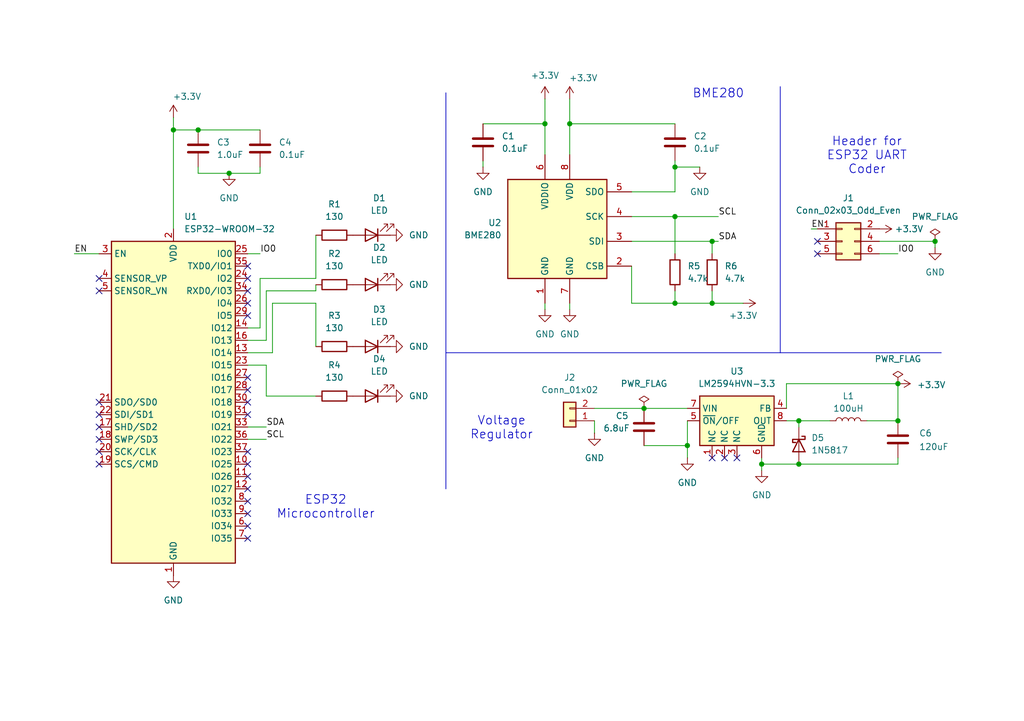
<source format=kicad_sch>
(kicad_sch (version 20231120) (generator "eeschema") (generator_version "8.0")
  (paper "A5")
  (title_block (title "Weather Station") (date "July 2024") (rev "V1"))
  (lib_symbols
    (symbol "Connector_Generic:Conn_01x02" (pin_names (offset 1.016) hide)
      (property "Reference" "J" (at 0 2.54 0))
      (property "Value" "Conn_01x02" (at 0 -5.08 0))
      (symbol "Conn_01x02_1_1"
        (rectangle (start -1.27 -2.413) (end 0 -2.667) (stroke (width 0.1524)))
        (rectangle (start -1.27 0.127) (end 0 -0.127) (stroke (width 0.1524)))
        (rectangle (start -1.27 1.27) (end 1.27 -3.81) (stroke (width 0.254)) (fill (type background)))
        (pin passive line (at -5.08 0 0) (length 3.81) (name "Pin_1") (number "1"))
        (pin passive line (at -5.08 -2.54 0) (length 3.81) (name "Pin_2") (number "2"))
      )
    )
    (symbol "Connector_Generic:Conn_02x03_Odd_Even" (pin_names (offset 1.016) hide)
      (property "Reference" "J" (at 1.27 5.08 0))
      (property "Value" "Conn_02x03_Odd_Even" (at 1.27 -5.08 0))
      (symbol "Conn_02x03_Odd_Even_1_1"
        (rectangle (start -1.27 -2.413) (end 0 -2.667) (stroke (width 0.1524)))
        (rectangle (start -1.27 0.127) (end 0 -0.127) (stroke (width 0.1524)))
        (rectangle (start -1.27 2.667) (end 0 2.413) (stroke (width 0.1524)))
        (rectangle (start -1.27 3.81) (end 3.81 -3.81) (stroke (width 0.254)) (fill (type background)))
        (rectangle (start 3.81 -2.413) (end 2.54 -2.667) (stroke (width 0.1524)))
        (rectangle (start 3.81 0.127) (end 2.54 -0.127) (stroke (width 0.1524)))
        (rectangle (start 3.81 2.667) (end 2.54 2.413) (stroke (width 0.1524)))
        (pin passive line (at -5.08 2.54 0) (length 3.81) (name "Pin_1") (number "1"))
        (pin passive line (at 7.62 2.54 180) (length 3.81) (name "Pin_2") (number "2"))
        (pin passive line (at -5.08 0 0) (length 3.81) (name "Pin_3") (number "3"))
        (pin passive line (at 7.62 0 180) (length 3.81) (name "Pin_4") (number "4"))
        (pin passive line (at -5.08 -2.54 0) (length 3.81) (name "Pin_5") (number "5"))
        (pin passive line (at 7.62 -2.54 180) (length 3.81) (name "Pin_6") (number "6"))
      )
    )
    (symbol "Device:C" (pin_numbers hide) (pin_names (offset 0.254))
      (property "Reference" "C" (at 0.635 2.54 0))
      (property "Value" "C" (at 0.635 -2.54 0))
      (symbol "C_0_1"
        (polyline (pts (xy -2.032 -0.762) (xy 2.032 -0.762)) (stroke (width 0.508)))
        (polyline (pts (xy -2.032 0.762) (xy 2.032 0.762)) (stroke (width 0.508)))
      )
      (symbol "C_1_1"
        (pin passive line (at 0 3.81 270) (length 2.794) (name "~") (number "1"))
        (pin passive line (at 0 -3.81 90) (length 2.794) (name "~") (number "2"))
      )
    )
    (symbol "Device:L" (pin_numbers hide) (pin_names (offset 1.016) hide)
      (property "Reference" "L" (at -1.27 0 90))
      (property "Value" "L" (at 1.905 0 90))
      (symbol "L_0_1"
        (arc (start 0 -2.54) (mid 0.6323 -1.905) (end 0 -1.27))
        (arc (start 0 -1.27) (mid 0.6323 -0.635) (end 0 0))
        (arc (start 0 0) (mid 0.6323 0.635) (end 0 1.27))
        (arc (start 0 1.27) (mid 0.6323 1.905) (end 0 2.54))
      )
      (symbol "L_1_1"
        (pin passive line (at 0 3.81 270) (length 1.27) (name "1") (number "1"))
        (pin passive line (at 0 -3.81 90) (length 1.27) (name "2") (number "2"))
      )
    )
    (symbol "Device:LED" (pin_numbers hide) (pin_names (offset 1.016) hide)
      (property "Reference" "D" (at 0 2.54 0))
      (property "Value" "LED" (at 0 -2.54 0))
      (symbol "LED_0_1"
        (polyline (pts (xy -1.27 -1.27) (xy -1.27 1.27)) (stroke (width 0.254)))
        (polyline (pts (xy -1.27 0) (xy 1.27 0)))
        (polyline (pts (xy 1.27 -1.27) (xy 1.27 1.27) (xy -1.27 0) (xy 1.27 -1.27)) (stroke (width 0.254)))
        (polyline (pts (xy -3.048 -0.762) (xy -4.572 -2.286) (xy -3.81 -2.286) (xy -4.572 -2.286) (xy -4.572 -1.524)))
        (polyline (pts (xy -1.778 -0.762) (xy -3.302 -2.286) (xy -2.54 -2.286) (xy -3.302 -2.286) (xy -3.302 -1.524)))
      )
      (symbol "LED_1_1"
        (pin passive line (at -3.81 0 0) (length 2.54) (name "K") (number "1"))
        (pin passive line (at 3.81 0 180) (length 2.54) (name "A") (number "2"))
      )
    )
    (symbol "Device:R" (pin_numbers hide) (pin_names (offset 0))
      (property "Reference" "R" (at 2.032 0 90))
      (property "Value" "R" (at 0 0 90))
      (symbol "R_0_1"
        (rectangle (start -1.016 -2.54) (end 1.016 2.54) (stroke (width 0.254)))
      )
      (symbol "R_1_1"
        (pin passive line (at 0 3.81 270) (length 1.27) (name "~") (number "1"))
        (pin passive line (at 0 -3.81 90) (length 1.27) (name "~") (number "2"))
      )
    )
    (symbol "Diode:1N5817" (pin_numbers hide) (pin_names (offset 1.016) hide)
      (property "Reference" "D" (at 0 2.54 0))
      (property "Value" "1N5817" (at 0 -2.54 0))
      (symbol "1N5817_0_1"
        (polyline (pts (xy 1.27 0) (xy -1.27 0)))
        (polyline (pts (xy 1.27 1.27) (xy 1.27 -1.27) (xy -1.27 0) (xy 1.27 1.27)) (stroke (width 0.254)))
        (polyline (pts (xy -1.905 0.635) (xy -1.905 1.27) (xy -1.27 1.27) (xy -1.27 -1.27) (xy -0.635 -1.27) (xy -0.635 -0.635)) (stroke (width 0.254)))
      )
      (symbol "1N5817_1_1"
        (pin passive line (at -3.81 0 0) (length 2.54) (name "K") (number "1"))
        (pin passive line (at 3.81 0 180) (length 2.54) (name "A") (number "2"))
      )
    )
    (symbol "RF_Module:ESP32-WROOM-32"
      (property "Reference" "U" (at -12.7 34.29 0))
      (property "Value" "ESP32-WROOM-32" (at 1.27 34.29 0))
      (symbol "ESP32-WROOM-32_0_1"
        (rectangle (start -12.7 33.02) (end 12.7 -33.02) (stroke (width 0.254)) (fill (type background)))
      )
      (symbol "ESP32-WROOM-32_1_1"
        (pin power_in line (at 0 -35.56 90) (length 2.54) (name "GND") (number "1"))
        (pin bidirectional line (at 15.24 -12.7 180) (length 2.54) (name "IO25") (number "10"))
        (pin bidirectional line (at 15.24 -15.24 180) (length 2.54) (name "IO26") (number "11"))
        (pin bidirectional line (at 15.24 -17.78 180) (length 2.54) (name "IO27") (number "12"))
        (pin bidirectional line (at 15.24 10.16 180) (length 2.54) (name "IO14") (number "13"))
        (pin bidirectional line (at 15.24 15.24 180) (length 2.54) (name "IO12") (number "14"))
        (pin passive line (at 0 -35.56 90) (length 2.54) hide (name "GND") (number "15"))
        (pin bidirectional line (at 15.24 12.7 180) (length 2.54) (name "IO13") (number "16"))
        (pin bidirectional line (at -15.24 -5.08 0) (length 2.54) (name "SHD/SD2") (number "17"))
        (pin bidirectional line (at -15.24 -7.62 0) (length 2.54) (name "SWP/SD3") (number "18"))
        (pin bidirectional line (at -15.24 -12.7 0) (length 2.54) (name "SCS/CMD") (number "19"))
        (pin power_in line (at 0 35.56 270) (length 2.54) (name "VDD") (number "2"))
        (pin bidirectional line (at -15.24 -10.16 0) (length 2.54) (name "SCK/CLK") (number "20"))
        (pin bidirectional line (at -15.24 0 0) (length 2.54) (name "SDO/SD0") (number "21"))
        (pin bidirectional line (at -15.24 -2.54 0) (length 2.54) (name "SDI/SD1") (number "22"))
        (pin bidirectional line (at 15.24 7.62 180) (length 2.54) (name "IO15") (number "23"))
        (pin bidirectional line (at 15.24 25.4 180) (length 2.54) (name "IO2") (number "24"))
        (pin bidirectional line (at 15.24 30.48 180) (length 2.54) (name "IO0") (number "25"))
        (pin bidirectional line (at 15.24 20.32 180) (length 2.54) (name "IO4") (number "26"))
        (pin bidirectional line (at 15.24 5.08 180) (length 2.54) (name "IO16") (number "27"))
        (pin bidirectional line (at 15.24 2.54 180) (length 2.54) (name "IO17") (number "28"))
        (pin bidirectional line (at 15.24 17.78 180) (length 2.54) (name "IO5") (number "29"))
        (pin input line (at -15.24 30.48 0) (length 2.54) (name "EN") (number "3"))
        (pin bidirectional line (at 15.24 0 180) (length 2.54) (name "IO18") (number "30"))
        (pin bidirectional line (at 15.24 -2.54 180) (length 2.54) (name "IO19") (number "31"))
        (pin no_connect line (at -12.7 -27.94 0) (length 2.54) hide (name "NC") (number "32"))
        (pin bidirectional line (at 15.24 -5.08 180) (length 2.54) (name "IO21") (number "33"))
        (pin bidirectional line (at 15.24 22.86 180) (length 2.54) (name "RXD0/IO3") (number "34"))
        (pin bidirectional line (at 15.24 27.94 180) (length 2.54) (name "TXD0/IO1") (number "35"))
        (pin bidirectional line (at 15.24 -7.62 180) (length 2.54) (name "IO22") (number "36"))
        (pin bidirectional line (at 15.24 -10.16 180) (length 2.54) (name "IO23") (number "37"))
        (pin passive line (at 0 -35.56 90) (length 2.54) hide (name "GND") (number "38"))
        (pin passive line (at 0 -35.56 90) (length 2.54) hide (name "GND") (number "39"))
        (pin input line (at -15.24 25.4 0) (length 2.54) (name "SENSOR_VP") (number "4"))
        (pin input line (at -15.24 22.86 0) (length 2.54) (name "SENSOR_VN") (number "5"))
        (pin input line (at 15.24 -25.4 180) (length 2.54) (name "IO34") (number "6"))
        (pin input line (at 15.24 -27.94 180) (length 2.54) (name "IO35") (number "7"))
        (pin bidirectional line (at 15.24 -20.32 180) (length 2.54) (name "IO32") (number "8"))
        (pin bidirectional line (at 15.24 -22.86 180) (length 2.54) (name "IO33") (number "9"))
      )
    )
    (symbol "Regulator_Switching:LM2594HVN-3.3"
      (property "Reference" "U" (at -7.62 6.35 0))
      (property "Value" "LM2594HVN-3.3" (at 0 6.35 0))
      (symbol "LM2594HVN-3.3_0_1"
        (rectangle (start -7.62 5.08) (end 7.62 -5.08) (stroke (width 0.254)) (fill (type background)))
      )
      (symbol "LM2594HVN-3.3_1_1"
        (pin passive line (at -5.08 -7.62 90) (length 2.54) (name "NC") (number "1"))
        (pin passive line (at -2.54 -7.62 90) (length 2.54) (name "NC") (number "2"))
        (pin passive line (at 0 -7.62 90) (length 2.54) (name "NC") (number "3"))
        (pin input line (at 10.16 2.54 180) (length 2.54) (name "FB") (number "4"))
        (pin input line (at -10.16 0 0) (length 2.54) (name "~{ON}/OFF") (number "5"))
        (pin power_in line (at 5.08 -7.62 90) (length 2.54) (name "GND") (number "6"))
        (pin power_in line (at -10.16 2.54 0) (length 2.54) (name "VIN") (number "7"))
        (pin output line (at 10.16 0 180) (length 2.54) (name "OUT") (number "8"))
      )
    )
    (symbol "Sensor:BME280"
      (property "Reference" "U" (at -8.89 11.43 0))
      (property "Value" "BME280" (at 7.62 11.43 0))
      (symbol "BME280_0_1"
        (rectangle (start -10.16 10.16) (end 10.16 -10.16) (stroke (width 0.254)) (fill (type background)))
      )
      (symbol "BME280_1_1"
        (pin power_in line (at -2.54 -15.24 90) (length 5.08) (name "GND") (number "1"))
        (pin input line (at 15.24 -7.62 180) (length 5.08) (name "CSB") (number "2"))
        (pin bidirectional line (at 15.24 -2.54 180) (length 5.08) (name "SDI") (number "3"))
        (pin input line (at 15.24 2.54 180) (length 5.08) (name "SCK") (number "4"))
        (pin bidirectional line (at 15.24 7.62 180) (length 5.08) (name "SDO") (number "5"))
        (pin power_in line (at -2.54 15.24 270) (length 5.08) (name "VDDIO") (number "6"))
        (pin power_in line (at 2.54 -15.24 90) (length 5.08) (name "GND") (number "7"))
        (pin power_in line (at 2.54 15.24 270) (length 5.08) (name "VDD") (number "8"))
      )
    )
    (symbol "power:+3.3V" (power) (pin_numbers hide) (pin_names (offset 0) hide)
      (property "Value" "+3.3V" (at 0 3.556 0))
      (symbol "+3.3V_0_1"
        (polyline (pts (xy -0.762 1.27) (xy 0 2.54)))
        (polyline (pts (xy 0 0) (xy 0 2.54)))
        (polyline (pts (xy 0 2.54) (xy 0.762 1.27)))
      )
      (symbol "+3.3V_1_1"
        (pin power_in line (at 0 0 90) (length 0) (name "~") (number "1"))
      )
    )
    (symbol "power:GND" (power) (pin_numbers hide) (pin_names (offset 0) hide)
      (property "Value" "GND" (at 0 -3.81 0))
      (symbol "GND_0_1"
        (polyline (pts (xy 0 0) (xy 0 -1.27) (xy 1.27 -1.27) (xy 0 -2.54) (xy -1.27 -1.27) (xy 0 -1.27)))
      )
      (symbol "GND_1_1"
        (pin power_in line (at 0 0 270) (length 0) (name "~") (number "1"))
      )
    )
    (symbol "power:PWR_FLAG" (power) (pin_numbers hide) (pin_names (offset 0) hide)
      (property "Value" "PWR_FLAG" (at 0 3.81 0))
      (symbol "PWR_FLAG_0_0"
        (pin power_out line (at 0 0 90) (length 0) (name "~") (number "1"))
      )
      (symbol "PWR_FLAG_0_1"
        (polyline (pts (xy 0 0) (xy 0 1.27) (xy -1.016 1.905) (xy 0 2.54) (xy 1.016 1.905) (xy 0 1.27)))
      )
    )
  )
  (junction (at 40.64 26.67))
  (junction (at 163.83 86.36))
  (junction (at 184.15 78.74))
  (junction (at 184.15 86.36))
  (junction (at 146.05 62.23))
  (junction (at 111.76 25.4))
  (junction (at 156.21 95.25))
  (junction (at 138.43 34.29))
  (junction (at 138.43 44.45))
  (junction (at 191.77 49.53))
  (junction (at 46.99 35.56))
  (junction (at 140.97 91.44))
  (junction (at 116.84 25.4))
  (junction (at 138.43 62.23))
  (junction (at 132.08 83.82))
  (junction (at 35.56 26.67))
  (junction (at 146.05 49.53))
  (junction (at 163.83 95.25))
  (no_connect (at 50.8 110.49))
  (no_connect (at 50.8 92.71))
  (no_connect (at 167.64 52.07))
  (no_connect (at 20.32 87.63))
  (no_connect (at 50.8 64.77))
  (no_connect (at 151.13 93.98))
  (no_connect (at 20.32 82.55))
  (no_connect (at 20.32 85.09))
  (no_connect (at 148.59 93.98))
  (no_connect (at 50.8 82.55))
  (no_connect (at 50.8 102.87))
  (no_connect (at 50.8 107.95))
  (no_connect (at 50.8 80.01))
  (no_connect (at 50.8 57.15))
  (no_connect (at 146.05 93.98))
  (no_connect (at 20.32 95.25))
  (no_connect (at 20.32 90.17))
  (no_connect (at 20.32 59.69))
  (no_connect (at 50.8 97.79))
  (no_connect (at 50.8 95.25))
  (no_connect (at 50.8 85.09))
  (no_connect (at 50.8 105.41))
  (no_connect (at 20.32 92.71))
  (no_connect (at 50.8 62.23))
  (no_connect (at 20.32 57.15))
  (no_connect (at 50.8 77.47))
  (no_connect (at 167.64 49.53))
  (no_connect (at 50.8 100.33))
  (no_connect (at 50.8 59.69))
  (no_connect (at 50.8 54.61))
  (wire (pts (xy 40.64 34.29) (xy 40.64 35.56)))
  (wire (pts (xy 53.34 57.15) (xy 53.34 67.31)))
  (wire (pts (xy 64.77 57.15) (xy 53.34 57.15)))
  (wire (pts (xy 146.05 62.23) (xy 138.43 62.23)))
  (wire (pts (xy 146.05 49.53) (xy 146.05 52.07)))
  (wire (pts (xy 53.34 35.56) (xy 46.99 35.56)))
  (wire (pts (xy 99.06 34.29) (xy 99.06 33.02)))
  (wire (pts (xy 161.29 83.82) (xy 161.29 78.74)))
  (wire (pts (xy 111.76 25.4) (xy 111.76 31.75)))
  (wire (pts (xy 191.77 50.8) (xy 191.77 49.53)))
  (wire (pts (xy 163.83 86.36) (xy 163.83 87.63)))
  (wire (pts (xy 54.61 81.28) (xy 54.61 74.93)))
  (wire (pts (xy 147.32 44.45) (xy 138.43 44.45)))
  (wire (pts (xy 54.61 59.69) (xy 54.61 69.85)))
  (wire (pts (xy 140.97 93.98) (xy 140.97 91.44)))
  (wire (pts (xy 140.97 91.44) (xy 140.97 86.36)))
  (wire (pts (xy 15.24 52.07) (xy 20.32 52.07)))
  (wire (pts (xy 64.77 58.42) (xy 64.77 59.69)))
  (wire (pts (xy 138.43 33.02) (xy 138.43 34.29)))
  (wire (pts (xy 129.54 39.37) (xy 138.43 39.37)))
  (wire (pts (xy 64.77 81.28) (xy 54.61 81.28)))
  (wire (pts (xy 129.54 62.23) (xy 129.54 54.61)))
  (wire (pts (xy 54.61 87.63) (xy 50.8 87.63)))
  (wire (pts (xy 184.15 78.74) (xy 184.15 86.36)))
  (wire (pts (xy 35.56 26.67) (xy 40.64 26.67)))
  (polyline (pts (xy 160.02 72.39) (xy 160.02 17.78)))
  (wire (pts (xy 40.64 26.67) (xy 53.34 26.67)))
  (wire (pts (xy 54.61 69.85) (xy 50.8 69.85)))
  (wire (pts (xy 191.77 49.53) (xy 180.34 49.53)))
  (wire (pts (xy 152.4 62.23) (xy 146.05 62.23)))
  (wire (pts (xy 156.21 96.52) (xy 156.21 95.25)))
  (polyline (pts (xy 91.44 19.05) (xy 91.44 100.33)))
  (wire (pts (xy 161.29 78.74) (xy 184.15 78.74)))
  (wire (pts (xy 53.34 52.07) (xy 50.8 52.07)))
  (wire (pts (xy 156.21 95.25) (xy 163.83 95.25)))
  (wire (pts (xy 163.83 86.36) (xy 170.18 86.36)))
  (wire (pts (xy 143.51 34.29) (xy 138.43 34.29)))
  (wire (pts (xy 146.05 49.53) (xy 129.54 49.53)))
  (wire (pts (xy 121.92 86.36) (xy 121.92 88.9)))
  (wire (pts (xy 64.77 48.26) (xy 64.77 57.15)))
  (polyline (pts (xy 91.44 72.39) (xy 193.04 72.39)))
  (wire (pts (xy 132.08 91.44) (xy 140.97 91.44)))
  (wire (pts (xy 54.61 90.17) (xy 50.8 90.17)))
  (wire (pts (xy 138.43 44.45) (xy 138.43 52.07)))
  (wire (pts (xy 111.76 63.5) (xy 111.76 62.23)))
  (wire (pts (xy 166.37 46.99) (xy 167.64 46.99)))
  (wire (pts (xy 40.64 35.56) (xy 46.99 35.56)))
  (wire (pts (xy 53.34 34.29) (xy 53.34 35.56)))
  (wire (pts (xy 147.32 49.53) (xy 146.05 49.53)))
  (wire (pts (xy 138.43 62.23) (xy 129.54 62.23)))
  (wire (pts (xy 177.8 86.36) (xy 184.15 86.36)))
  (wire (pts (xy 55.88 72.39) (xy 50.8 72.39)))
  (wire (pts (xy 53.34 67.31) (xy 50.8 67.31)))
  (wire (pts (xy 35.56 26.67) (xy 35.56 46.99)))
  (wire (pts (xy 64.77 59.69) (xy 54.61 59.69)))
  (wire (pts (xy 146.05 59.69) (xy 146.05 62.23)))
  (wire (pts (xy 99.06 25.4) (xy 111.76 25.4)))
  (wire (pts (xy 184.15 52.07) (xy 180.34 52.07)))
  (wire (pts (xy 132.08 83.82) (xy 140.97 83.82)))
  (wire (pts (xy 64.77 71.12) (xy 64.77 62.23)))
  (wire (pts (xy 184.15 95.25) (xy 184.15 93.98)))
  (wire (pts (xy 35.56 24.13) (xy 35.56 26.67)))
  (wire (pts (xy 121.92 83.82) (xy 132.08 83.82)))
  (wire (pts (xy 138.43 44.45) (xy 129.54 44.45)))
  (wire (pts (xy 163.83 95.25) (xy 184.15 95.25)))
  (wire (pts (xy 64.77 62.23) (xy 55.88 62.23)))
  (wire (pts (xy 116.84 20.32) (xy 116.84 25.4)))
  (wire (pts (xy 161.29 86.36) (xy 163.83 86.36)))
  (wire (pts (xy 111.76 20.32) (xy 111.76 25.4)))
  (wire (pts (xy 156.21 95.25) (xy 156.21 93.98)))
  (wire (pts (xy 138.43 34.29) (xy 138.43 39.37)))
  (wire (pts (xy 116.84 25.4) (xy 138.43 25.4)))
  (wire (pts (xy 116.84 63.5) (xy 116.84 62.23)))
  (wire (pts (xy 54.61 74.93) (xy 50.8 74.93)))
  (wire (pts (xy 55.88 62.23) (xy 55.88 72.39)))
  (wire (pts (xy 138.43 59.69) (xy 138.43 62.23)))
  (wire (pts (xy 116.84 25.4) (xy 116.84 31.75)))
  (text "BME280" (at 147.32 19.304 0) (effects (font (size 1.778 1.778))))
  (text "Voltage\nRegulator\n" (at 102.87 87.884 0) (effects (font (size 1.778 1.778))))
  (text "Header for\nESP32 UART\nCoder\n" (at 177.8 32.004 0) (effects (font (size 1.778 1.778))))
  (text "ESP32\nMicrocontroller" (at 66.802 104.14 0) (effects (font (size 1.778 1.778))))
  (label "EN" (at 166.37 46.99 0))
  (label "SCL" (at 54.61 90.17 0))
  (label "IO0" (at 53.34 52.07 0))
  (label "IO0" (at 184.15 52.07 0))
  (label "EN" (at 15.24 52.07 0))
  (label "SDA" (at 54.61 87.63 0))
  (label "SCL" (at 147.32 44.45 0))
  (label "SDA" (at 147.32 49.53 0))
  (symbol (lib_id "power:GND") (at 111.76 63.5 0) (unit 1)
    (property "Reference" "#PWR01" (effects (hide yes)))
    (property "Value" "GND" (at 111.76 68.58 0))
    (property "Description" "Power symbol creates a global label with name \"GND\" , ground" (effects (hide yes)))
  )
  (symbol (lib_id "power:GND") (at 99.06 34.29 0) (unit 1)
    (property "Reference" "#PWR05" (effects (hide yes)))
    (property "Value" "GND" (at 99.06 39.37 0))
    (property "Description" "Power symbol creates a global label with name \"GND\" , ground" (effects (hide yes)))
  )
  (symbol (lib_id "Device:R") (at 146.05 55.88 180) (unit 1)
    (property "Reference" "R6" (at 148.59 54.6099 0) (effects (justify right)))
    (property "Value" "4.7k" (at 148.59 57.1499 0) (effects (justify right)))
    (property "Footprint" "Resistor_THT:R_Axial_DIN0204_L3.6mm_D1.6mm_P1.90mm_Vertical" (effects (hide yes)))
    (property "Description" "Resistor" (effects (hide yes)))
  )
  (symbol (lib_id "power:GND") (at 46.99 35.56 0) (unit 1)
    (property "Reference" "#PWR09" (effects (hide yes)))
    (property "Value" "GND" (at 46.99 40.64 0))
    (property "Description" "Power symbol creates a global label with name \"GND\" , ground" (effects (hide yes)))
  )
  (symbol (lib_id "power:PWR_FLAG") (at 184.15 78.74 0) (unit 1)
    (property "Reference" "#FLG02" (effects (hide yes)))
    (property "Value" "PWR_FLAG" (at 184.15 73.66 0))
    (property "Description" "Special symbol for telling ERC where power comes from" (effects (hide yes)))
  )
  (symbol (lib_id "power:GND") (at 80.01 71.12 90) (unit 1)
    (property "Reference" "#PWR017" (effects (hide yes)))
    (property "Value" "GND" (at 83.82 71.1199 90) (effects (justify right)))
    (property "Description" "Power symbol creates a global label with name \"GND\" , ground" (effects (hide yes)))
  )
  (symbol (lib_id "Device:C") (at 53.34 30.48 0) (unit 1)
    (property "Reference" "C4" (at 57.15 29.2099 0) (effects (justify left)))
    (property "Value" "0.1uF" (at 57.15 31.7499 0) (effects (justify left)))
    (property "Footprint" "Capacitor_THT:CP_Radial_Tantal_D5.0mm_P5.00mm" (effects (hide yes)))
    (property "Description" "Unpolarized capacitor" (effects (hide yes)))
  )
  (symbol (lib_id "power:+3.3V") (at 180.34 46.99 270) (unit 1)
    (property "Reference" "#PWR012" (effects (hide yes)))
    (property "Value" "+3.3V" (at 186.436 46.99 90))
    (property "Description" "Power symbol creates a global label with name \"+3.3V\"" (effects (hide yes)))
  )
  (symbol (lib_id "Device:LED") (at 76.2 48.26 180) (unit 1)
    (property "Reference" "D1" (at 77.7875 40.64 0))
    (property "Value" "LED" (at 77.7875 43.18 0))
    (property "Footprint" "LED_THT:LED_D3.0mm" (effects (hide yes)))
    (property "Description" "Light emitting diode" (effects (hide yes)))
  )
  (symbol (lib_id "Device:R") (at 68.58 81.28 90) (unit 1)
    (property "Reference" "R4" (at 68.58 74.93 90))
    (property "Value" "130" (at 68.58 77.47 90))
    (property "Footprint" "Resistor_THT:R_Axial_DIN0204_L3.6mm_D1.6mm_P1.90mm_Vertical" (effects (hide yes)))
    (property "Description" "Resistor" (effects (hide yes)))
  )
  (symbol (lib_id "power:GND") (at 140.97 93.98 0) (unit 1)
    (property "Reference" "#PWR014" (effects (hide yes)))
    (property "Value" "GND" (at 140.97 99.06 0))
    (property "Description" "Power symbol creates a global label with name \"GND\" , ground" (effects (hide yes)))
  )
  (symbol (lib_id "Device:C") (at 40.64 30.48 0) (unit 1)
    (property "Reference" "C3" (at 44.45 29.2099 0) (effects (justify left)))
    (property "Value" "1.0uF" (at 44.45 31.7499 0) (effects (justify left)))
    (property "Footprint" "Capacitor_THT:CP_Radial_Tantal_D5.0mm_P5.00mm" (effects (hide yes)))
    (property "Description" "Unpolarized capacitor" (effects (hide yes)))
  )
  (symbol (lib_id "Sensor:BME280") (at 114.3 46.99 0) (unit 1)
    (property "Reference" "U2" (at 102.87 45.7199 0) (effects (justify right)))
    (property "Value" "BME280" (at 102.87 48.2599 0) (effects (justify right)))
    (property "Footprint" "Package_LGA:Bosch_LGA-8_2.5x2.5mm_P0.65mm_ClockwisePinNumbering" (effects (hide yes)))
    (property "Datasheet" "https://www.bosch-sensortec.com/media/boschsensortec/downloads/datasheets/bst-bme280-ds002.pdf" (effects (hide yes)))
    (property "Description" "3-in-1 sensor, humidity, pressure, temperature, I2C and SPI interface, 1.71-3.6V, LGA-8" (effects (hide yes)))
  )
  (symbol (lib_id "power:GND") (at 191.77 50.8 0) (unit 1)
    (property "Reference" "#PWR011" (effects (hide yes)))
    (property "Value" "GND" (at 191.77 55.88 0))
    (property "Description" "Power symbol creates a global label with name \"GND\" , ground" (effects (hide yes)))
  )
  (symbol (lib_id "power:+3.3V") (at 152.4 62.23 270) (unit 1)
    (property "Reference" "#PWR07" (effects (hide yes)))
    (property "Value" "+3.3V" (at 152.4 64.77 90))
    (property "Description" "Power symbol creates a global label with name \"+3.3V\"" (effects (hide yes)))
  )
  (symbol (lib_id "Device:LED") (at 76.2 71.12 180) (unit 1)
    (property "Reference" "D3" (at 77.7875 63.5 0))
    (property "Value" "LED" (at 77.7875 66.04 0))
    (property "Footprint" "LED_THT:LED_D3.0mm" (effects (hide yes)))
    (property "Description" "Light emitting diode" (effects (hide yes)))
  )
  (symbol (lib_id "Diode:1N5817") (at 163.83 91.44 270) (unit 1)
    (property "Reference" "D5" (at 166.37 89.8524 90) (effects (justify left)))
    (property "Value" "1N5817" (at 166.37 92.3924 90) (effects (justify left)))
    (property "Footprint" "Diode_THT:D_DO-41_SOD81_P10.16mm_Horizontal" (effects (hide yes)))
    (property "Datasheet" "http://www.vishay.com/docs/88525/1n5817.pdf" (effects (hide yes)))
    (property "Description" "20V 1A Schottky Barrier Rectifier Diode, DO-41" (effects (hide yes)))
  )
  (symbol (lib_id "Device:LED") (at 76.2 58.42 180) (unit 1)
    (property "Reference" "D2" (at 77.7875 50.8 0))
    (property "Value" "LED" (at 77.7875 53.34 0))
    (property "Footprint" "LED_THT:LED_D3.0mm" (effects (hide yes)))
    (property "Description" "Light emitting diode" (effects (hide yes)))
  )
  (symbol (lib_id "power:PWR_FLAG") (at 191.77 49.53 0) (unit 1)
    (property "Reference" "#FLG03" (effects (hide yes)))
    (property "Value" "PWR_FLAG" (at 191.77 44.45 0))
    (property "Description" "Special symbol for telling ERC where power comes from" (effects (hide yes)))
  )
  (symbol (lib_id "Device:C") (at 132.08 87.63 0) (unit 1)
    (property "Reference" "C5" (at 126.238 85.344 0) (effects (justify left)))
    (property "Value" "6.8uF" (at 123.698 87.884 0) (effects (justify left)))
    (property "Footprint" "Capacitor_THT:CP_Radial_D5.0mm_P2.50mm" (effects (hide yes)))
    (property "Description" "Unpolarized capacitor" (effects (hide yes)))
  )
  (symbol (lib_id "power:+3.3V") (at 116.84 20.32 0) (unit 1)
    (property "Reference" "#PWR02" (effects (hide yes)))
    (property "Value" "+3.3V" (at 119.634 16.002 0))
    (property "Description" "Power symbol creates a global label with name \"+3.3V\"" (effects (hide yes)))
  )
  (symbol (lib_id "Device:R") (at 138.43 55.88 180) (unit 1)
    (property "Reference" "R5" (at 140.97 54.6099 0) (effects (justify right)))
    (property "Value" "4.7k" (at 140.97 57.1499 0) (effects (justify right)))
    (property "Footprint" "Resistor_THT:R_Axial_DIN0204_L3.6mm_D1.6mm_P1.90mm_Vertical" (effects (hide yes)))
    (property "Description" "Resistor" (effects (hide yes)))
  )
  (symbol (lib_id "Regulator_Switching:LM2594HVN-3.3") (at 151.13 86.36 0) (unit 1)
    (property "Reference" "U3" (at 151.13 76.2 0))
    (property "Value" "LM2594HVN-3.3" (at 151.13 78.74 0))
    (property "Footprint" "Package_DIP:DIP-8_W7.62mm_Socket" (effects (hide yes)))
    (property "Datasheet" "http://www.ti.com/lit/ds/symlink/lm2594.pdf" (effects (hide yes)))
    (property "Description" "3.3V, 0.5A SIMPLE SWITCHER® Step-Down Voltage Regulator, Maximum VIN 60V, DIP-8" (effects (hide yes)))
  )
  (symbol (lib_id "Device:C") (at 99.06 29.21 0) (unit 1)
    (property "Reference" "C1" (at 102.87 27.9399 0) (effects (justify left)))
    (property "Value" "0.1uF" (at 102.87 30.4799 0) (effects (justify left)))
    (property "Footprint" "Capacitor_THT:CP_Radial_Tantal_D5.0mm_P5.00mm" (effects (hide yes)))
    (property "Description" "Unpolarized capacitor" (effects (hide yes)))
  )
  (symbol (lib_id "Device:C") (at 138.43 29.21 0) (unit 1)
    (property "Reference" "C2" (at 142.24 27.9399 0) (effects (justify left)))
    (property "Value" "0.1uF" (at 142.24 30.4799 0) (effects (justify left)))
    (property "Footprint" "Capacitor_THT:CP_Radial_Tantal_D5.0mm_P5.00mm" (effects (hide yes)))
    (property "Description" "Unpolarized capacitor" (effects (hide yes)))
  )
  (symbol (lib_id "power:GND") (at 35.56 118.11 0) (unit 1)
    (property "Reference" "#PWR08" (effects (hide yes)))
    (property "Value" "GND" (at 35.56 123.19 0))
    (property "Description" "Power symbol creates a global label with name \"GND\" , ground" (effects (hide yes)))
  )
  (symbol (lib_id "power:GND") (at 80.01 81.28 90) (unit 1)
    (property "Reference" "#PWR018" (effects (hide yes)))
    (property "Value" "GND" (at 83.82 81.2799 90) (effects (justify right)))
    (property "Description" "Power symbol creates a global label with name \"GND\" , ground" (effects (hide yes)))
  )
  (symbol (lib_id "Device:R") (at 68.58 58.42 90) (unit 1)
    (property "Reference" "R2" (at 68.58 52.07 90))
    (property "Value" "130" (at 68.58 54.61 90))
    (property "Footprint" "Resistor_THT:R_Axial_DIN0204_L3.6mm_D1.6mm_P1.90mm_Vertical" (effects (hide yes)))
    (property "Description" "Resistor" (effects (hide yes)))
  )
  (symbol (lib_id "Device:C") (at 184.15 90.17 0) (unit 1)
    (property "Reference" "C6" (at 188.468 88.9 0) (effects (justify left)))
    (property "Value" "120uF" (at 188.468 91.694 0) (effects (justify left)))
    (property "Footprint" "Capacitor_THT:CP_Radial_D5.0mm_P2.00mm" (effects (hide yes)))
    (property "Description" "Unpolarized capacitor" (effects (hide yes)))
  )
  (symbol (lib_id "Device:L") (at 173.99 86.36 90) (unit 1)
    (property "Reference" "L1" (at 173.99 81.28 90))
    (property "Value" "100uH" (at 173.99 83.82 90))
    (property "Footprint" "Inductor_THT:L_Axial_L5.3mm_D2.2mm_P2.54mm_Vertical_Vishay_IM-1" (effects (hide yes)))
    (property "Description" "Inductor" (effects (hide yes)))
  )
  (symbol (lib_id "Device:R") (at 68.58 71.12 90) (unit 1)
    (property "Reference" "R3" (at 68.58 64.77 90))
    (property "Value" "130" (at 68.58 67.31 90))
    (property "Footprint" "Resistor_THT:R_Axial_DIN0204_L3.6mm_D1.6mm_P1.90mm_Vertical" (effects (hide yes)))
    (property "Description" "Resistor" (effects (hide yes)))
  )
  (symbol (lib_id "Connector_Generic:Conn_02x03_Odd_Even") (at 172.72 49.53 0) (unit 1)
    (property "Reference" "J1" (at 173.99 40.64 0))
    (property "Value" "Conn_02x03_Odd_Even" (at 173.99 43.18 0))
    (property "Footprint" "Connector_IDC:IDC-Header_2x03_P2.54mm_Vertical" (effects (hide yes)))
    (property "Description" "Generic connector, double row, 02x03, odd/even pin numbering scheme (row 1 odd numbers, row 2 even numbers), script generated (kicad-library-utils/schlib/autogen/connector/)" (effects (hide yes)))
  )
  (symbol (lib_id "power:GND") (at 80.01 48.26 90) (unit 1)
    (property "Reference" "#PWR015" (effects (hide yes)))
    (property "Value" "GND" (at 83.82 48.2599 90) (effects (justify right)))
    (property "Description" "Power symbol creates a global label with name \"GND\" , ground" (effects (hide yes)))
  )
  (symbol (lib_id "power:GND") (at 121.92 88.9 0) (unit 1)
    (property "Reference" "#PWR020" (effects (hide yes)))
    (property "Value" "GND" (at 121.92 93.98 0))
    (property "Description" "Power symbol creates a global label with name \"GND\" , ground" (effects (hide yes)))
  )
  (symbol (lib_id "power:+3.3V") (at 111.76 20.32 0) (unit 1)
    (property "Reference" "#PWR04" (effects (hide yes)))
    (property "Value" "+3.3V" (at 111.76 15.494 0))
    (property "Description" "Power symbol creates a global label with name \"+3.3V\"" (effects (hide yes)))
  )
  (symbol (lib_id "power:GND") (at 143.51 34.29 0) (unit 1)
    (property "Reference" "#PWR06" (effects (hide yes)))
    (property "Value" "GND" (at 143.51 39.37 0))
    (property "Description" "Power symbol creates a global label with name \"GND\" , ground" (effects (hide yes)))
  )
  (symbol (lib_id "power:GND") (at 80.01 58.42 90) (unit 1)
    (property "Reference" "#PWR016" (effects (hide yes)))
    (property "Value" "GND" (at 83.82 58.4199 90) (effects (justify right)))
    (property "Description" "Power symbol creates a global label with name \"GND\" , ground" (effects (hide yes)))
  )
  (symbol (lib_id "power:+3.3V") (at 184.15 78.74 270) (unit 1)
    (property "Reference" "#PWR019" (effects (hide yes)))
    (property "Value" "+3.3V" (at 191.008 78.994 90))
    (property "Description" "Power symbol creates a global label with name \"+3.3V\"" (effects (hide yes)))
  )
  (symbol (lib_id "power:GND") (at 116.84 63.5 0) (unit 1)
    (property "Reference" "#PWR03" (effects (hide yes)))
    (property "Value" "GND" (at 116.84 68.58 0))
    (property "Description" "Power symbol creates a global label with name \"GND\" , ground" (effects (hide yes)))
  )
  (symbol (lib_id "power:PWR_FLAG") (at 132.08 83.82 0) (unit 1)
    (property "Reference" "#FLG01" (effects (hide yes)))
    (property "Value" "PWR_FLAG" (at 132.08 78.74 0))
    (property "Description" "Special symbol for telling ERC where power comes from" (effects (hide yes)))
  )
  (symbol (lib_id "Device:R") (at 68.58 48.26 90) (unit 1)
    (property "Reference" "R1" (at 68.58 41.91 90))
    (property "Value" "130" (at 68.58 44.45 90))
    (property "Footprint" "Resistor_THT:R_Axial_DIN0204_L3.6mm_D1.6mm_P1.90mm_Vertical" (effects (hide yes)))
    (property "Description" "Resistor" (effects (hide yes)))
  )
  (symbol (lib_id "Connector_Generic:Conn_01x02") (at 116.84 86.36 180) (unit 1)
    (property "Reference" "J2" (at 116.84 77.47 0))
    (property "Value" "Conn_01x02" (at 116.84 80.01 0))
    (property "Footprint" "Connector_AMASS:AMASS_XT60-F_1x02_P7.20mm_Vertical" (effects (hide yes)))
    (property "Description" "Generic connector, single row, 01x02, script generated (kicad-library-utils/schlib/autogen/connector/)" (effects (hide yes)))
  )
  (symbol (lib_id "RF_Module:ESP32-WROOM-32") (at 35.56 82.55 0) (unit 1)
    (property "Reference" "U1" (at 37.7541 44.45 0) (effects (justify left)))
    (property "Value" "ESP32-WROOM-32" (at 37.7541 46.99 0) (effects (justify left)))
    (property "Footprint" "RF_Module:ESP32-WROOM-32" (effects (hide yes)))
    (property "Datasheet" "https://www.espressif.com/sites/default/files/documentation/esp32-wroom-32_datasheet_en.pdf" (effects (hide yes)))
    (property "Description" "RF Module, ESP32-D0WDQ6 SoC, Wi-Fi 802.11b/g/n, Bluetooth, BLE, 32-bit, 2.7-3.6V, onboard antenna, SMD" (effects (hide yes)))
  )
  (symbol (lib_id "Device:LED") (at 76.2 81.28 180) (unit 1)
    (property "Reference" "D4" (at 77.7875 73.66 0))
    (property "Value" "LED" (at 77.7875 76.2 0))
    (property "Footprint" "LED_THT:LED_D3.0mm" (effects (hide yes)))
    (property "Description" "Light emitting diode" (effects (hide yes)))
  )
  (symbol (lib_id "power:+3.3V") (at 35.56 24.13 0) (unit 1)
    (property "Reference" "#PWR010" (effects (hide yes)))
    (property "Value" "+3.3V" (at 38.354 19.812 0))
    (property "Description" "Power symbol creates a global label with name \"+3.3V\"" (effects (hide yes)))
  )
  (symbol (lib_id "power:GND") (at 156.21 96.52 0) (unit 1)
    (property "Reference" "#PWR013" (effects (hide yes)))
    (property "Value" "GND" (at 156.21 101.6 0))
    (property "Description" "Power symbol creates a global label with name \"GND\" , ground" (effects (hide yes)))
  )
)
</source>
